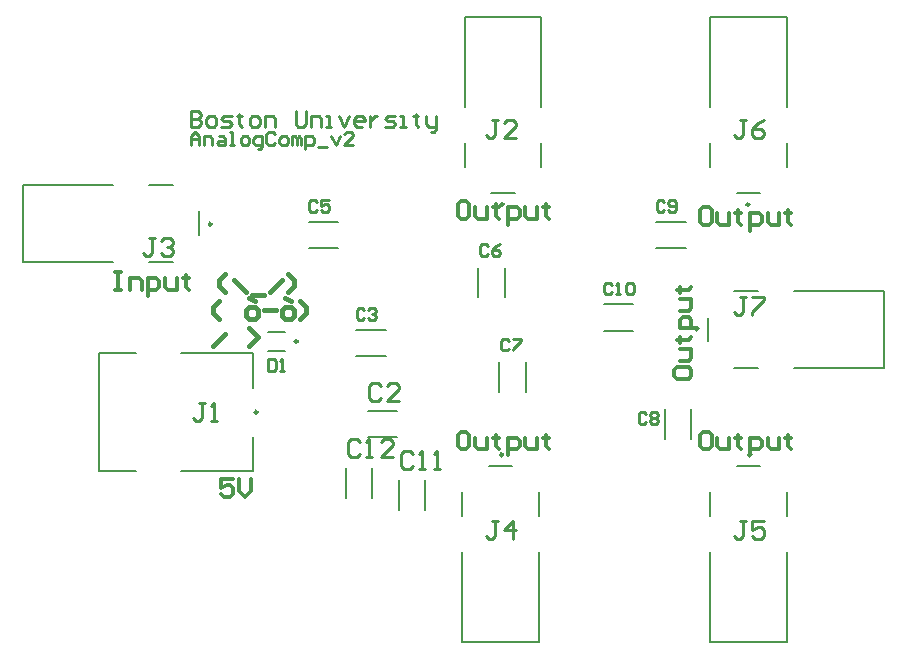
<source format=gto>
G04*
G04 #@! TF.GenerationSoftware,Altium Limited,Altium Designer,24.1.2 (44)*
G04*
G04 Layer_Color=16777215*
%FSLAX44Y44*%
%MOMM*%
G71*
G04*
G04 #@! TF.SameCoordinates,213EFF85-FE73-46F0-9486-E91859054EE2*
G04*
G04*
G04 #@! TF.FilePolarity,Positive*
G04*
G01*
G75*
%ADD10C,0.2500*%
%ADD11C,0.2000*%
%ADD12C,0.2540*%
%ADD13C,0.3500*%
%ADD14C,0.4000*%
D10*
X542000Y84100D02*
G03*
X542000Y84100I-1250J0D01*
G01*
X497150Y190750D02*
G03*
X497150Y190750I-1250J0D01*
G01*
X540500Y295900D02*
G03*
X540500Y295900I-1250J0D01*
G01*
X332000Y84100D02*
G03*
X332000Y84100I-1250J0D01*
G01*
X332410Y295900D02*
G03*
X332410Y295900I-1250J0D01*
G01*
X158250Y180000D02*
G03*
X158250Y180000I-1250J0D01*
G01*
X85350Y279250D02*
G03*
X85350Y279250I-1250J0D01*
G01*
X124250Y120000D02*
G03*
X124250Y120000I-1250J0D01*
G01*
D11*
X333250Y217469D02*
Y242531D01*
X310750Y217469D02*
Y242531D01*
X243750Y37469D02*
Y62531D01*
X266250Y37469D02*
Y62531D01*
X221250Y47469D02*
Y72531D01*
X198750Y47469D02*
Y72531D01*
X491250Y97469D02*
Y122531D01*
X468750Y97469D02*
Y122531D01*
X417227Y188750D02*
X442289D01*
X417227Y211250D02*
X442289D01*
X507600Y-74650D02*
Y1450D01*
Y32350D02*
Y52250D01*
X530050Y74650D02*
X549950D01*
X572400Y-74650D02*
Y1450D01*
Y32350D02*
Y52250D01*
X507600Y-74650D02*
X572400D01*
X578550Y157600D02*
X654650D01*
X527750D02*
X547650D01*
X505350Y180050D02*
Y199950D01*
X578550Y222400D02*
X654650D01*
X527750D02*
X547650D01*
X654650Y157600D02*
Y222400D01*
X572400Y378550D02*
Y454650D01*
Y327750D02*
Y347650D01*
X530050Y305350D02*
X549950D01*
X507600Y378550D02*
Y454650D01*
Y327750D02*
Y347650D01*
Y454650D02*
X572400D01*
X297600Y-74650D02*
Y1450D01*
Y32350D02*
Y52250D01*
X320050Y74650D02*
X339950D01*
X362400Y-74650D02*
Y1450D01*
Y32350D02*
Y52250D01*
X297600Y-74650D02*
X362400D01*
X364310Y378550D02*
Y454650D01*
Y327750D02*
Y347650D01*
X321960Y305350D02*
X341860D01*
X299510Y378550D02*
Y454650D01*
Y327750D02*
Y347650D01*
Y454650D02*
X364310D01*
X328750Y137469D02*
Y162531D01*
X351250Y137469D02*
Y162531D01*
X461469Y258750D02*
X486531D01*
X461469Y281250D02*
X486531D01*
X133000Y188250D02*
X147000D01*
X133000Y171750D02*
X147000D01*
X217469Y98750D02*
X242531D01*
X217469Y121250D02*
X242531D01*
X-74650Y247600D02*
Y312400D01*
X32350Y247600D02*
X52250D01*
X-74650D02*
X1450D01*
X74650Y270050D02*
Y289950D01*
X32350Y312400D02*
X52250D01*
X-74650D02*
X1450D01*
X120000Y70000D02*
Y99380D01*
Y140620D02*
Y170000D01*
X59000Y70000D02*
X120000D01*
X-10000D02*
X21000D01*
X-10000Y170000D02*
X21000D01*
X59000D02*
X120000D01*
X-10000Y70000D02*
Y170000D01*
X207469Y167250D02*
X232531D01*
X207469Y189750D02*
X232531D01*
X167469Y281250D02*
X192531D01*
X167469Y258750D02*
X192531D01*
D12*
X318995Y260603D02*
X317328Y262269D01*
X313996D01*
X312330Y260603D01*
Y253938D01*
X313996Y252272D01*
X317328D01*
X318995Y253938D01*
X328991Y262269D02*
X325659Y260603D01*
X322327Y257270D01*
Y253938D01*
X323993Y252272D01*
X327325D01*
X328991Y253938D01*
Y255604D01*
X327325Y257270D01*
X322327D01*
X255431Y84882D02*
X252892Y87421D01*
X247813D01*
X245274Y84882D01*
Y74725D01*
X247813Y72186D01*
X252892D01*
X255431Y74725D01*
X260509Y72186D02*
X265587D01*
X263048D01*
Y87421D01*
X260509Y84882D01*
X273205Y72186D02*
X278283D01*
X275744D01*
Y87421D01*
X273205Y84882D01*
X210473Y94788D02*
X207934Y97327D01*
X202855D01*
X200316Y94788D01*
Y84631D01*
X202855Y82092D01*
X207934D01*
X210473Y84631D01*
X215551Y82092D02*
X220629D01*
X218090D01*
Y97327D01*
X215551Y94788D01*
X238404Y82092D02*
X228247D01*
X238404Y92249D01*
Y94788D01*
X235865Y97327D01*
X230786D01*
X228247Y94788D01*
X67540Y346205D02*
Y353536D01*
X71206Y357202D01*
X74871Y353536D01*
Y346205D01*
Y351704D01*
X67540D01*
X78536Y346205D02*
Y353536D01*
X84035D01*
X85867Y351704D01*
Y346205D01*
X91366Y353536D02*
X95031D01*
X96864Y351704D01*
Y346205D01*
X91366D01*
X89533Y348038D01*
X91366Y349871D01*
X96864D01*
X100529Y346205D02*
X104195D01*
X102362D01*
Y357202D01*
X100529D01*
X111526Y346205D02*
X115191D01*
X117024Y348038D01*
Y351704D01*
X115191Y353536D01*
X111526D01*
X109693Y351704D01*
Y348038D01*
X111526Y346205D01*
X124355Y342540D02*
X126188D01*
X128020Y344373D01*
Y353536D01*
X122522D01*
X120689Y351704D01*
Y348038D01*
X122522Y346205D01*
X128020D01*
X139017Y355369D02*
X137184Y357202D01*
X133519D01*
X131686Y355369D01*
Y348038D01*
X133519Y346205D01*
X137184D01*
X139017Y348038D01*
X144515Y346205D02*
X148181D01*
X150013Y348038D01*
Y351704D01*
X148181Y353536D01*
X144515D01*
X142682Y351704D01*
Y348038D01*
X144515Y346205D01*
X153679D02*
Y353536D01*
X155512D01*
X157344Y351704D01*
Y346205D01*
Y351704D01*
X159177Y353536D01*
X161010Y351704D01*
Y346205D01*
X164675Y342540D02*
Y353536D01*
X170173D01*
X172006Y351704D01*
Y348038D01*
X170173Y346205D01*
X164675D01*
X175672Y344373D02*
X183003D01*
X186668Y353536D02*
X190334Y346205D01*
X193999Y353536D01*
X204996Y346205D02*
X197665D01*
X204996Y353536D01*
Y355369D01*
X203163Y357202D01*
X199497D01*
X197665Y355369D01*
X67540Y374868D02*
Y361872D01*
X74038D01*
X76204Y364038D01*
Y366204D01*
X74038Y368370D01*
X67540D01*
X74038D01*
X76204Y370536D01*
Y372702D01*
X74038Y374868D01*
X67540D01*
X82702Y361872D02*
X87034D01*
X89200Y364038D01*
Y368370D01*
X87034Y370536D01*
X82702D01*
X80536Y368370D01*
Y364038D01*
X82702Y361872D01*
X93532D02*
X100029D01*
X102196Y364038D01*
X100029Y366204D01*
X95698D01*
X93532Y368370D01*
X95698Y370536D01*
X102196D01*
X108693Y372702D02*
Y370536D01*
X106527D01*
X110859D01*
X108693D01*
Y364038D01*
X110859Y361872D01*
X119523D02*
X123855D01*
X126021Y364038D01*
Y368370D01*
X123855Y370536D01*
X119523D01*
X117357Y368370D01*
Y364038D01*
X119523Y361872D01*
X130353D02*
Y370536D01*
X136851D01*
X139017Y368370D01*
Y361872D01*
X156345Y374868D02*
Y364038D01*
X158511Y361872D01*
X162843D01*
X165009Y364038D01*
Y374868D01*
X169340Y361872D02*
Y370536D01*
X175838D01*
X178004Y368370D01*
Y361872D01*
X182336D02*
X186668D01*
X184502D01*
Y370536D01*
X182336D01*
X193166D02*
X197498Y361872D01*
X201830Y370536D01*
X212660Y361872D02*
X208328D01*
X206162Y364038D01*
Y368370D01*
X208328Y370536D01*
X212660D01*
X214826Y368370D01*
Y366204D01*
X206162D01*
X219158Y370536D02*
Y361872D01*
Y366204D01*
X221324Y368370D01*
X223490Y370536D01*
X225656D01*
X232153Y361872D02*
X238651D01*
X240817Y364038D01*
X238651Y366204D01*
X234319D01*
X232153Y368370D01*
X234319Y370536D01*
X240817D01*
X245149Y361872D02*
X249481D01*
X247315D01*
Y370536D01*
X245149D01*
X258145Y372702D02*
Y370536D01*
X255979D01*
X260311D01*
X258145D01*
Y364038D01*
X260311Y361872D01*
X266809Y370536D02*
Y364038D01*
X268975Y361872D01*
X275473D01*
Y359706D01*
X273307Y357540D01*
X271141D01*
X275473Y361872D02*
Y370536D01*
X424404Y228091D02*
X422738Y229757D01*
X419406D01*
X417740Y228091D01*
Y221426D01*
X419406Y219760D01*
X422738D01*
X424404Y221426D01*
X427737Y219760D02*
X431069D01*
X429403D01*
Y229757D01*
X427737Y228091D01*
X436067D02*
X437734Y229757D01*
X441066D01*
X442732Y228091D01*
Y221426D01*
X441066Y219760D01*
X437734D01*
X436067Y221426D01*
Y228091D01*
X468601Y298195D02*
X466934Y299861D01*
X463602D01*
X461936Y298195D01*
Y291530D01*
X463602Y289864D01*
X466934D01*
X468601Y291530D01*
X471933D02*
X473599Y289864D01*
X476931D01*
X478597Y291530D01*
Y298195D01*
X476931Y299861D01*
X473599D01*
X471933Y298195D01*
Y296528D01*
X473599Y294862D01*
X478597D01*
X453334Y118332D02*
X451668Y119998D01*
X448335D01*
X446669Y118332D01*
Y111668D01*
X448335Y110002D01*
X451668D01*
X453334Y111668D01*
X456666Y118332D02*
X458332Y119998D01*
X461665D01*
X463331Y118332D01*
Y116666D01*
X461665Y115000D01*
X463331Y113334D01*
Y111668D01*
X461665Y110002D01*
X458332D01*
X456666Y111668D01*
Y113334D01*
X458332Y115000D01*
X456666Y116666D01*
Y118332D01*
X458332Y115000D02*
X461665D01*
X337029Y180593D02*
X335362Y182259D01*
X332030D01*
X330364Y180593D01*
Y173928D01*
X332030Y172262D01*
X335362D01*
X337029Y173928D01*
X340361Y182259D02*
X347025D01*
Y180593D01*
X340361Y173928D01*
Y172262D01*
X537461Y217617D02*
X532383D01*
X534922D01*
Y204922D01*
X532383Y202383D01*
X529843D01*
X527304Y204922D01*
X542539Y217617D02*
X552696D01*
Y215078D01*
X542539Y204922D01*
Y202383D01*
X537461Y367617D02*
X532383D01*
X534922D01*
Y354922D01*
X532383Y352383D01*
X529843D01*
X527304Y354922D01*
X552696Y367617D02*
X547617Y365078D01*
X542539Y360000D01*
Y354922D01*
X545078Y352383D01*
X550157D01*
X552696Y354922D01*
Y357461D01*
X550157Y360000D01*
X542539D01*
X537461Y27617D02*
X532383D01*
X534922D01*
Y14922D01*
X532383Y12383D01*
X529843D01*
X527304Y14922D01*
X552696Y27617D02*
X542539D01*
Y20000D01*
X547617Y22539D01*
X550157D01*
X552696Y20000D01*
Y14922D01*
X550157Y12383D01*
X545078D01*
X542539Y14922D01*
X327461Y27617D02*
X322383D01*
X324922D01*
Y14922D01*
X322383Y12383D01*
X319843D01*
X317304Y14922D01*
X340157Y12383D02*
Y27617D01*
X332539Y20000D01*
X342696D01*
X37461Y267617D02*
X32383D01*
X34922D01*
Y254922D01*
X32383Y252383D01*
X29843D01*
X27304Y254922D01*
X42539Y265078D02*
X45078Y267617D01*
X50157D01*
X52696Y265078D01*
Y262539D01*
X50157Y260000D01*
X47618D01*
X50157D01*
X52696Y257461D01*
Y254922D01*
X50157Y252383D01*
X45078D01*
X42539Y254922D01*
X327461Y367617D02*
X322383D01*
X324922D01*
Y354922D01*
X322383Y352383D01*
X319843D01*
X317304Y354922D01*
X342696Y352383D02*
X332539D01*
X342696Y362539D01*
Y365078D01*
X340157Y367617D01*
X335078D01*
X332539Y365078D01*
X80000Y127618D02*
X74922D01*
X77461D01*
Y114922D01*
X74922Y112382D01*
X72382D01*
X69843Y114922D01*
X85078Y112382D02*
X90157D01*
X87618D01*
Y127618D01*
X85078Y125078D01*
X133336Y164998D02*
Y155002D01*
X138334D01*
X140000Y156668D01*
Y163332D01*
X138334Y164998D01*
X133336D01*
X143332Y155002D02*
X146664D01*
X144998D01*
Y164998D01*
X143332Y163332D01*
X174722Y298195D02*
X173056Y299861D01*
X169724D01*
X168058Y298195D01*
Y291530D01*
X169724Y289864D01*
X173056D01*
X174722Y291530D01*
X184719Y299861D02*
X178055D01*
Y294862D01*
X181387Y296528D01*
X183053D01*
X184719Y294862D01*
Y291530D01*
X183053Y289864D01*
X179721D01*
X178055Y291530D01*
X214601Y206755D02*
X212934Y208421D01*
X209602D01*
X207936Y206755D01*
Y200090D01*
X209602Y198424D01*
X212934D01*
X214601Y200090D01*
X217933Y206755D02*
X219599Y208421D01*
X222931D01*
X224597Y206755D01*
Y205089D01*
X222931Y203422D01*
X221265D01*
X222931D01*
X224597Y201756D01*
Y200090D01*
X222931Y198424D01*
X219599D01*
X217933Y200090D01*
X228253Y142540D02*
X225714Y145079D01*
X220635D01*
X218096Y142540D01*
Y132383D01*
X220635Y129844D01*
X225714D01*
X228253Y132383D01*
X243488Y129844D02*
X233331D01*
X243488Y140001D01*
Y142540D01*
X240949Y145079D01*
X235870D01*
X233331Y142540D01*
D13*
X476507Y155997D02*
Y150999D01*
X479006Y148500D01*
X489002D01*
X491502Y150999D01*
Y155997D01*
X489002Y158497D01*
X479006D01*
X476507Y155997D01*
X481505Y163495D02*
X489002D01*
X491502Y165994D01*
Y173492D01*
X481505D01*
X479006Y180989D02*
X481505D01*
Y178490D01*
Y183489D01*
Y180989D01*
X489002D01*
X491502Y183489D01*
X496500Y190986D02*
X481505D01*
Y198484D01*
X484004Y200983D01*
X489002D01*
X491502Y198484D01*
Y190986D01*
X481505Y205981D02*
X489002D01*
X491502Y208480D01*
Y215978D01*
X481505D01*
X479006Y223476D02*
X481505D01*
Y220977D01*
Y225975D01*
Y223476D01*
X489002D01*
X491502Y225975D01*
X505998Y293493D02*
X500999D01*
X498500Y290994D01*
Y280998D01*
X500999Y278498D01*
X505998D01*
X508497Y280998D01*
Y290994D01*
X505998Y293493D01*
X513495Y288495D02*
Y280998D01*
X515994Y278498D01*
X523492D01*
Y288495D01*
X530989Y290994D02*
Y288495D01*
X528490D01*
X533489D01*
X530989D01*
Y280998D01*
X533489Y278498D01*
X540986Y273500D02*
Y288495D01*
X548484D01*
X550983Y285996D01*
Y280998D01*
X548484Y278498D01*
X540986D01*
X555981Y288495D02*
Y280998D01*
X558480Y278498D01*
X565978D01*
Y288495D01*
X573476Y290994D02*
Y288495D01*
X570976D01*
X575975D01*
X573476D01*
Y280998D01*
X575975Y278498D01*
X505998Y103493D02*
X500999D01*
X498500Y100994D01*
Y90998D01*
X500999Y88498D01*
X505998D01*
X508497Y90998D01*
Y100994D01*
X505998Y103493D01*
X513495Y98495D02*
Y90998D01*
X515994Y88498D01*
X523492D01*
Y98495D01*
X530989Y100994D02*
Y98495D01*
X528490D01*
X533489D01*
X530989D01*
Y90998D01*
X533489Y88498D01*
X540986Y83500D02*
Y98495D01*
X548484D01*
X550983Y95996D01*
Y90998D01*
X548484Y88498D01*
X540986D01*
X555981Y98495D02*
Y90998D01*
X558480Y88498D01*
X565978D01*
Y98495D01*
X573476Y100994D02*
Y98495D01*
X570976D01*
X575975D01*
X573476D01*
Y90998D01*
X575975Y88498D01*
X300998Y103493D02*
X295999D01*
X293500Y100994D01*
Y90998D01*
X295999Y88498D01*
X300998D01*
X303497Y90998D01*
Y100994D01*
X300998Y103493D01*
X308495Y98495D02*
Y90998D01*
X310994Y88498D01*
X318492D01*
Y98495D01*
X325989Y100994D02*
Y98495D01*
X323490D01*
X328489D01*
X325989D01*
Y90998D01*
X328489Y88498D01*
X335986Y83500D02*
Y98495D01*
X343484D01*
X345983Y95996D01*
Y90998D01*
X343484Y88498D01*
X335986D01*
X350981Y98495D02*
Y90998D01*
X353480Y88498D01*
X360978D01*
Y98495D01*
X368476Y100994D02*
Y98495D01*
X365976D01*
X370975D01*
X368476D01*
Y90998D01*
X370975Y88498D01*
X300998Y298493D02*
X295999D01*
X293500Y295994D01*
Y285998D01*
X295999Y283498D01*
X300998D01*
X303497Y285998D01*
Y295994D01*
X300998Y298493D01*
X308495Y293495D02*
Y285998D01*
X310994Y283498D01*
X318492D01*
Y293495D01*
X325989Y295994D02*
Y293495D01*
X323490D01*
X328489D01*
X325989D01*
Y285998D01*
X328489Y283498D01*
X335986Y278500D02*
Y293495D01*
X343484D01*
X345983Y290996D01*
Y285998D01*
X343484Y283498D01*
X335986D01*
X350981Y293495D02*
Y285998D01*
X353480Y283498D01*
X360978D01*
Y293495D01*
X368476Y295994D02*
Y293495D01*
X365976D01*
X370975D01*
X368476D01*
Y285998D01*
X370975Y283498D01*
X3500Y238493D02*
X8498D01*
X5999D01*
Y223498D01*
X3500D01*
X8498D01*
X15996D02*
Y233495D01*
X23493D01*
X25993Y230996D01*
Y223498D01*
X30991Y218500D02*
Y233495D01*
X38489D01*
X40988Y230996D01*
Y225998D01*
X38489Y223498D01*
X30991D01*
X45986Y233495D02*
Y225998D01*
X48485Y223498D01*
X55983D01*
Y233495D01*
X63481Y235994D02*
Y233495D01*
X60981D01*
X65980D01*
X63481D01*
Y225998D01*
X65980Y223498D01*
X103497Y63495D02*
X93500D01*
Y55998D01*
X98498Y58497D01*
X100997D01*
X103497Y55998D01*
Y50999D01*
X100997Y48500D01*
X95999D01*
X93500Y50999D01*
X108495Y63495D02*
Y53498D01*
X113493Y48500D01*
X118492Y53498D01*
Y63495D01*
D14*
X86460Y176421D02*
X96617Y186577D01*
X116930Y176421D02*
X124548Y184038D01*
X116930Y191656D01*
X91538Y198921D02*
X86460Y203999D01*
Y209077D01*
X91538Y214156D01*
X116930Y198921D02*
X122008D01*
X124548Y201460D01*
Y206538D01*
X122008Y209077D01*
X116930D01*
X114391Y206538D01*
Y201460D01*
X116930Y198921D01*
Y216695D02*
X122008Y214156D01*
X129626Y206538D02*
X139783D01*
X147400Y198921D02*
X152479D01*
X155018Y201460D01*
Y206538D01*
X152479Y209077D01*
X147400D01*
X144861Y206538D01*
Y201460D01*
X147400Y198921D01*
Y216695D02*
X152479Y214156D01*
X160096Y198921D02*
X165175Y203999D01*
Y209077D01*
X160096Y214156D01*
X96538Y221460D02*
X91460Y226538D01*
Y231617D01*
X96538Y236695D01*
X114313Y221460D02*
X104156Y231617D01*
X119391Y218921D02*
X129548D01*
X134626Y221460D02*
X144783Y231617D01*
X149861Y221460D02*
X154939Y226538D01*
Y231617D01*
X149861Y236695D01*
M02*

</source>
